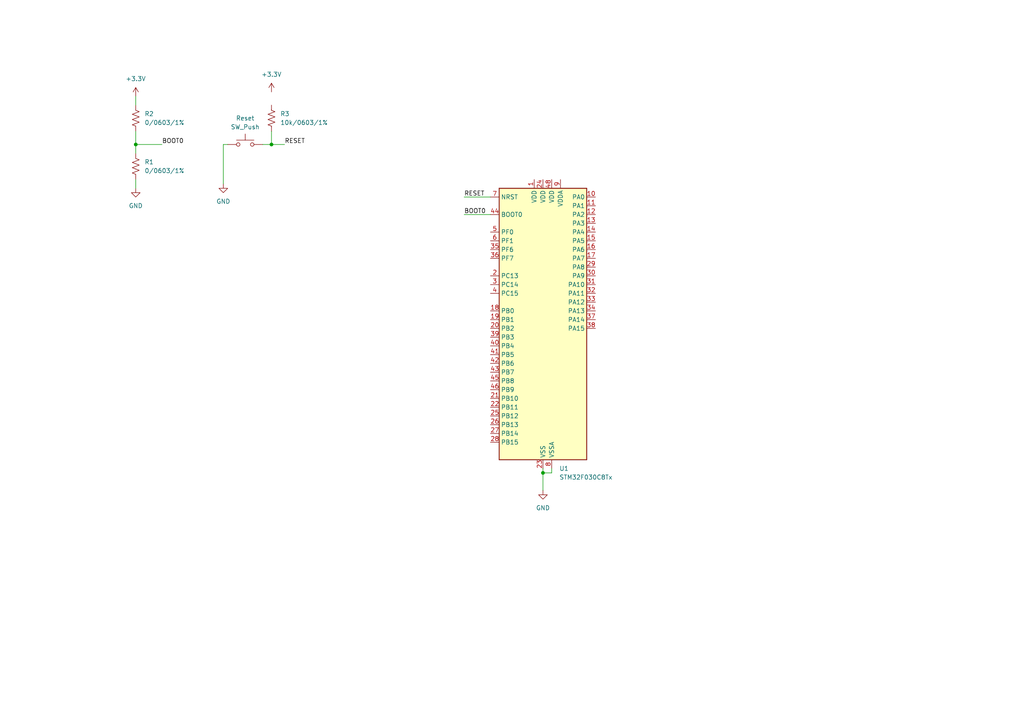
<source format=kicad_sch>
(kicad_sch (version 20230121) (generator eeschema)
  (paper "A4")
  (lib_symbols
    (symbol "Device:R_US" (pin_numbers hide) (pin_names (offset 0))
      (property "Reference" "R" (at 2.54 0 90))
      (property "Value" "R_US" (at -2.54 0 90))
      (symbol "R_US_0_1"
        (polyline (pts (xy 0 -2.286) (xy 0 -2.54)))
        (polyline (pts (xy 0 2.286) (xy 0 2.54)))
        (polyline (pts (xy 0 -0.762) (xy 1.016 -1.143) (xy 0 -1.524) (xy -1.016 -1.905) (xy 0 -2.286)))
        (polyline (pts (xy 0 0.762) (xy 1.016 0.381) (xy 0 0) (xy -1.016 -0.381) (xy 0 -0.762)))
        (polyline (pts (xy 0 2.286) (xy 1.016 1.905) (xy 0 1.524) (xy -1.016 1.143) (xy 0 0.762)))
      )
      (symbol "R_US_1_1"
        (pin passive line (at 0 3.81 270) (length 1.27) (name "~") (number "1"))
        (pin passive line (at 0 -3.81 90) (length 1.27) (name "~") (number "2"))
      )
    )
    (symbol "MCU_ST_STM32F0:STM32F030C8Tx"
      (property "Reference" "U" (at -12.7 41.91 0))
      (property "Value" "STM32F030C8Tx" (at 7.62 41.91 0))
      (symbol "STM32F030C8Tx_0_1"
        (rectangle (start -12.7 -38.1) (end 12.7 40.64) (stroke (width 0.254)) (fill (type background)))
      )
      (symbol "STM32F030C8Tx_1_1"
        (pin power_in line (at -2.54 43.18 270) (length 2.54) (name "VDD") (number "1"))
        (pin bidirectional line (at 15.24 38.1 180) (length 2.54) (name "PA0") (number "10"))
        (pin bidirectional line (at 15.24 35.56 180) (length 2.54) (name "PA1") (number "11"))
        (pin bidirectional line (at 15.24 33.02 180) (length 2.54) (name "PA2") (number "12"))
        (pin bidirectional line (at 15.24 30.48 180) (length 2.54) (name "PA3") (number "13"))
        (pin bidirectional line (at 15.24 27.94 180) (length 2.54) (name "PA4") (number "14"))
        (pin bidirectional line (at 15.24 25.4 180) (length 2.54) (name "PA5") (number "15"))
        (pin bidirectional line (at 15.24 22.86 180) (length 2.54) (name "PA6") (number "16"))
        (pin bidirectional line (at 15.24 20.32 180) (length 2.54) (name "PA7") (number "17"))
        (pin bidirectional line (at -15.24 5.08 0) (length 2.54) (name "PB0") (number "18"))
        (pin bidirectional line (at -15.24 2.54 0) (length 2.54) (name "PB1") (number "19"))
        (pin bidirectional line (at -15.24 15.24 0) (length 2.54) (name "PC13") (number "2"))
        (pin bidirectional line (at -15.24 0 0) (length 2.54) (name "PB2") (number "20"))
        (pin bidirectional line (at -15.24 -20.32 0) (length 2.54) (name "PB10") (number "21"))
        (pin bidirectional line (at -15.24 -22.86 0) (length 2.54) (name "PB11") (number "22"))
        (pin power_in line (at 0 -40.64 90) (length 2.54) (name "VSS") (number "23"))
        (pin power_in line (at 0 43.18 270) (length 2.54) (name "VDD") (number "24"))
        (pin bidirectional line (at -15.24 -25.4 0) (length 2.54) (name "PB12") (number "25"))
        (pin bidirectional line (at -15.24 -27.94 0) (length 2.54) (name "PB13") (number "26"))
        (pin bidirectional line (at -15.24 -30.48 0) (length 2.54) (name "PB14") (number "27"))
        (pin bidirectional line (at -15.24 -33.02 0) (length 2.54) (name "PB15") (number "28"))
        (pin bidirectional line (at 15.24 17.78 180) (length 2.54) (name "PA8") (number "29"))
        (pin bidirectional line (at -15.24 12.7 0) (length 2.54) (name "PC14") (number "3"))
        (pin bidirectional line (at 15.24 15.24 180) (length 2.54) (name "PA9") (number "30"))
        (pin bidirectional line (at 15.24 12.7 180) (length 2.54) (name "PA10") (number "31"))
        (pin bidirectional line (at 15.24 10.16 180) (length 2.54) (name "PA11") (number "32"))
        (pin bidirectional line (at 15.24 7.62 180) (length 2.54) (name "PA12") (number "33"))
        (pin bidirectional line (at 15.24 5.08 180) (length 2.54) (name "PA13") (number "34"))
        (pin bidirectional line (at -15.24 22.86 0) (length 2.54) (name "PF6") (number "35"))
        (pin bidirectional line (at -15.24 20.32 0) (length 2.54) (name "PF7") (number "36"))
        (pin bidirectional line (at 15.24 2.54 180) (length 2.54) (name "PA14") (number "37"))
        (pin bidirectional line (at 15.24 0 180) (length 2.54) (name "PA15") (number "38"))
        (pin bidirectional line (at -15.24 -2.54 0) (length 2.54) (name "PB3") (number "39"))
        (pin bidirectional line (at -15.24 10.16 0) (length 2.54) (name "PC15") (number "4"))
        (pin bidirectional line (at -15.24 -5.08 0) (length 2.54) (name "PB4") (number "40"))
        (pin bidirectional line (at -15.24 -7.62 0) (length 2.54) (name "PB5") (number "41"))
        (pin bidirectional line (at -15.24 -10.16 0) (length 2.54) (name "PB6") (number "42"))
        (pin bidirectional line (at -15.24 -12.7 0) (length 2.54) (name "PB7") (number "43"))
        (pin input line (at -15.24 33.02 0) (length 2.54) (name "BOOT0") (number "44"))
        (pin bidirectional line (at -15.24 -15.24 0) (length 2.54) (name "PB8") (number "45"))
        (pin bidirectional line (at -15.24 -17.78 0) (length 2.54) (name "PB9") (number "46"))
        (pin passive line (at 0 -40.64 90) (length 2.54) hide (name "VSS") (number "47"))
        (pin power_in line (at 2.54 43.18 270) (length 2.54) (name "VDD") (number "48"))
        (pin bidirectional line (at -15.24 27.94 0) (length 2.54) (name "PF0") (number "5"))
        (pin bidirectional line (at -15.24 25.4 0) (length 2.54) (name "PF1") (number "6"))
        (pin input line (at -15.24 38.1 0) (length 2.54) (name "NRST") (number "7"))
        (pin power_in line (at 2.54 -40.64 90) (length 2.54) (name "VSSA") (number "8"))
        (pin power_in line (at 5.08 43.18 270) (length 2.54) (name "VDDA") (number "9"))
      )
    )
    (symbol "Switch:SW_Push" (pin_numbers hide) (pin_names (offset 1.016) hide)
      (property "Reference" "SW" (at 1.27 2.54 0))
      (property "Value" "SW_Push" (at 0 -1.524 0))
      (symbol "SW_Push_0_1"
        (circle (center -2.032 0) (radius 0.508))
        (polyline (pts (xy 0 1.27) (xy 0 3.048)))
        (polyline (pts (xy 2.54 1.27) (xy -2.54 1.27)))
        (circle (center 2.032 0) (radius 0.508))
        (pin passive line (at -5.08 0 0) (length 2.54) (name "1") (number "1"))
        (pin passive line (at 5.08 0 180) (length 2.54) (name "2") (number "2"))
      )
    )
    (symbol "power:+3.3V" (power) (pin_names (offset 0))
      (property "Value" "+3.3V" (at 0 3.556 0))
      (symbol "+3.3V_0_1"
        (polyline (pts (xy -0.762 1.27) (xy 0 2.54)))
        (polyline (pts (xy 0 0) (xy 0 2.54)))
        (polyline (pts (xy 0 2.54) (xy 0.762 1.27)))
      )
      (symbol "+3.3V_1_1"
        (pin power_in line (at 0 0 90) (length 0) hide (name "+3.3V") (number "1"))
      )
    )
    (symbol "power:GND" (power) (pin_names (offset 0))
      (property "Value" "GND" (at 0 -3.81 0))
      (symbol "GND_0_1"
        (polyline (pts (xy 0 0) (xy 0 -1.27) (xy 1.27 -1.27) (xy 0 -2.54) (xy -1.27 -1.27) (xy 0 -1.27)))
      )
      (symbol "GND_1_1"
        (pin power_in line (at 0 0 270) (length 0) hide (name "GND") (number "1"))
      )
    )
  )
  (junction (at 78.74 41.91))
  (junction (at 157.48 137.16))
  (junction (at 39.37 41.91))
  (wire (pts (xy 39.37 41.91) (xy 39.37 44.45)))
  (wire (pts (xy 78.74 41.91) (xy 82.55 41.91)))
  (wire (pts (xy 39.37 27.94) (xy 39.37 30.48)))
  (wire (pts (xy 160.02 137.16) (xy 157.48 137.16)))
  (wire (pts (xy 76.2 41.91) (xy 78.74 41.91)))
  (wire (pts (xy 134.62 57.15) (xy 142.24 57.15)))
  (wire (pts (xy 64.77 53.34) (xy 64.77 41.91)))
  (wire (pts (xy 157.48 135.89) (xy 157.48 137.16)))
  (wire (pts (xy 160.02 135.89) (xy 160.02 137.16)))
  (wire (pts (xy 39.37 38.1) (xy 39.37 41.91)))
  (wire (pts (xy 134.62 62.23) (xy 142.24 62.23)))
  (wire (pts (xy 157.48 137.16) (xy 157.48 142.24)))
  (wire (pts (xy 78.74 38.1) (xy 78.74 41.91)))
  (wire (pts (xy 39.37 52.07) (xy 39.37 54.61)))
  (wire (pts (xy 64.77 41.91) (xy 66.04 41.91)))
  (wire (pts (xy 39.37 41.91) (xy 46.99 41.91)))
  (label "BOOT0" (at 46.99 41.91 0))
  (label "RESET" (at 134.62 57.15 0))
  (label "RESET" (at 82.55 41.91 0))
  (label "BOOT0" (at 134.62 62.23 0))
  (symbol (lib_id "Device:R_US") (at 39.37 34.29 0) (unit 1)
    (property "Reference" "R2" (at 41.91 33.02 0) (effects (justify left)))
    (property "Value" "0/0603/1%" (at 41.91 35.56 0) (effects (justify left)))
    (property "Footprint" "Resistor_SMD:R_0201_0603Metric_Pad0.64x0.40mm_HandSolder" (effects hide))
    (property "URL" "https://www.thegioiic.com/dien-tro-0-ohm-0603-1-" (effects hide))
  )
  (symbol (lib_id "MCU_ST_STM32F0:STM32F030C8Tx") (at 157.48 95.25 0) (unit 1)
    (property "Reference" "U1" (at 162.2141 135.89 0) (effects (justify left)))
    (property "Value" "STM32F030C8Tx" (at 162.2141 138.43 0) (effects (justify left)))
    (property "Footprint" "Package_QFP:LQFP-48_7x7mm_P0.5mm" (effects hide))
    (property "Datasheet" "https://www.st.com/resource/en/datasheet/stm32f030c8.pdf" (effects hide))
  )
  (symbol (lib_id "power:+3.3V") (at 78.74 26.67 0) (unit 1)
    (property "Reference" "#PWR08" (effects hide))
    (property "Value" "+3.3V" (at 78.74 21.59 0))
  )
  (symbol (lib_id "Device:R_US") (at 39.37 48.26 0) (unit 1)
    (property "Reference" "R1" (at 41.91 46.99 0) (effects (justify left)))
    (property "Value" "0/0603/1%" (at 41.91 49.53 0) (effects (justify left)))
    (property "Footprint" "Resistor_SMD:R_0201_0603Metric_Pad0.64x0.40mm_HandSolder" (effects hide))
    (property "URL" "https://www.thegioiic.com/dien-tro-0-ohm-0603-1-" (effects hide))
  )
  (symbol (lib_id "power:GND") (at 39.37 54.61 0) (unit 1)
    (property "Reference" "#PWR07" (effects hide))
    (property "Value" "GND" (at 39.37 59.69 0))
  )
  (symbol (lib_id "power:GND") (at 64.77 53.34 0) (unit 1)
    (property "Reference" "#PWR09" (effects hide))
    (property "Value" "GND" (at 64.77 58.42 0))
  )
  (symbol (lib_id "power:+3.3V") (at 39.37 27.94 0) (unit 1)
    (property "Reference" "#PWR06" (effects hide))
    (property "Value" "+3.3V" (at 39.37 22.86 0))
  )
  (symbol (lib_id "power:GND") (at 157.48 142.24 0) (unit 1)
    (property "Reference" "#PWR05" (effects hide))
    (property "Value" "GND" (at 157.48 147.32 0))
  )
  (symbol (lib_id "Device:R_US") (at 78.74 34.29 0) (unit 1)
    (property "Reference" "R3" (at 81.28 33.02 0) (effects (justify left)))
    (property "Value" "10k/0603/1%" (at 81.28 35.56 0) (effects (justify left)))
    (property "Footprint" "Resistor_SMD:R_0201_0603Metric_Pad0.64x0.40mm_HandSolder" (effects hide))
    (property "URL" "https://www.thegioiic.com/dien-tro-10-kohm-0603-1-" (effects hide))
  )
  (symbol (lib_id "Switch:SW_Push") (at 71.12 41.91 0) (unit 1)
    (property "Reference" "Reset" (at 71.12 34.29 0))
    (property "Value" "SW_Push" (at 71.12 36.83 0))
    (property "Footprint" "Button_Switch_SMD:SW_SPST_B3U-1000P" (effects hide))
    (property "URL" "https://www.thegioiic.com/nut-nhan-3x4mm-cao-2-5mm-2-chan-smd" (effects hide))
  )
)
</source>
